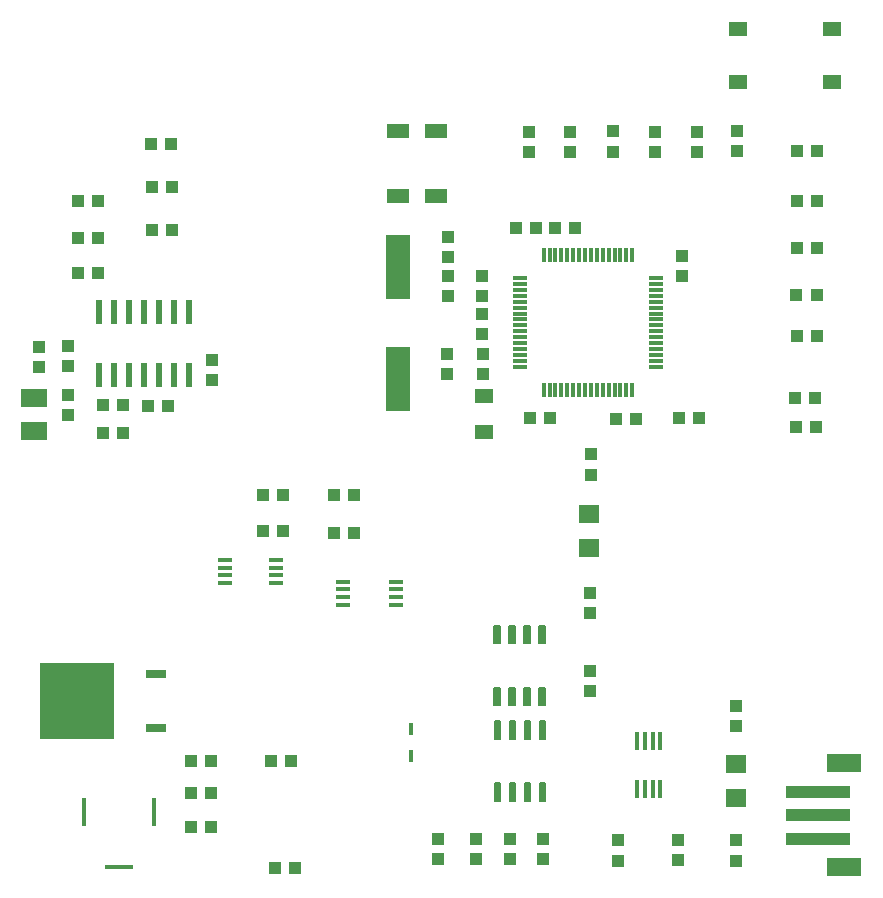
<source format=gbr>
G04 EAGLE Gerber RS-274X export*
G75*
%MOMM*%
%FSLAX34Y34*%
%LPD*%
%INSolderpaste Top*%
%IPPOS*%
%AMOC8*
5,1,8,0,0,1.08239X$1,22.5*%
G01*
%ADD10R,2.000000X5.500000*%
%ADD11R,5.500000X1.000000*%
%ADD12R,3.000000X1.600000*%
%ADD13R,1.803000X1.600000*%
%ADD14R,1.550000X1.300000*%
%ADD15R,1.000000X1.100000*%
%ADD16R,1.100000X1.000000*%
%ADD17R,0.450800X1.111200*%
%ADD18R,1.600000X1.200000*%
%ADD19R,0.304800X2.489200*%
%ADD20R,2.489200X0.304800*%
%ADD21R,2.200000X1.600000*%
%ADD22C,0.150000*%
%ADD23R,1.900000X1.300000*%
%ADD24R,1.193800X0.304800*%
%ADD25R,0.304800X1.193800*%
%ADD26R,0.533400X2.006600*%
%ADD27R,0.457200X1.524000*%
%ADD28R,1.257300X0.457200*%
%ADD29R,1.244600X0.355600*%
%ADD30R,1.701800X0.711200*%
%ADD31R,6.223000X6.553200*%


D10*
X367800Y467300D03*
X367800Y562300D03*
D11*
X723000Y118200D03*
X723000Y98200D03*
X723000Y78200D03*
D12*
X745500Y54200D03*
X745500Y142200D03*
D13*
X529800Y353020D03*
X529800Y324580D03*
D14*
X734950Y718700D03*
X655450Y718700D03*
X734950Y763700D03*
X655450Y763700D03*
D15*
X409900Y588100D03*
X409900Y571100D03*
D16*
X253800Y369600D03*
X270800Y369600D03*
X330500Y369600D03*
X313500Y369600D03*
X113600Y587200D03*
X96600Y587200D03*
X113900Y618000D03*
X96900Y618000D03*
X156200Y444900D03*
X173200Y444900D03*
X280300Y53700D03*
X263300Y53700D03*
D15*
X490600Y78200D03*
X490600Y61200D03*
X409700Y554800D03*
X409700Y537800D03*
X654000Y173900D03*
X654000Y190900D03*
D16*
X192300Y88300D03*
X209300Y88300D03*
X192400Y116800D03*
X209400Y116800D03*
X192700Y144000D03*
X209700Y144000D03*
X117700Y421500D03*
X134700Y421500D03*
X118200Y445200D03*
X135200Y445200D03*
D15*
X462500Y78200D03*
X462500Y61200D03*
D16*
X721800Y426600D03*
X704800Y426600D03*
X721200Y451600D03*
X704200Y451600D03*
D15*
X433900Y78200D03*
X433900Y61200D03*
X63600Y477800D03*
X63600Y494800D03*
X438600Y537600D03*
X438600Y554600D03*
X439300Y522900D03*
X439300Y505900D03*
X608300Y571700D03*
X608300Y554700D03*
D16*
X496600Y434300D03*
X479600Y434300D03*
D15*
X654700Y677300D03*
X654700Y660300D03*
X439800Y471900D03*
X439800Y488900D03*
D17*
X378400Y171500D03*
X378400Y148500D03*
D15*
X88500Y495200D03*
X88500Y478200D03*
D18*
X440200Y422900D03*
X440200Y452900D03*
D19*
X161100Y101100D03*
X101800Y101100D03*
D20*
X131450Y54600D03*
D21*
X59600Y423400D03*
X59600Y451400D03*
D13*
X653800Y112880D03*
X653800Y141320D03*
D22*
X454200Y125300D02*
X454200Y110200D01*
X449700Y110200D01*
X449700Y125300D01*
X454200Y125300D01*
X454200Y111625D02*
X449700Y111625D01*
X449700Y113050D02*
X454200Y113050D01*
X454200Y114475D02*
X449700Y114475D01*
X449700Y115900D02*
X454200Y115900D01*
X454200Y117325D02*
X449700Y117325D01*
X449700Y118750D02*
X454200Y118750D01*
X454200Y120175D02*
X449700Y120175D01*
X449700Y121600D02*
X454200Y121600D01*
X454200Y123025D02*
X449700Y123025D01*
X449700Y124450D02*
X454200Y124450D01*
X466900Y125300D02*
X466900Y110200D01*
X462400Y110200D01*
X462400Y125300D01*
X466900Y125300D01*
X466900Y111625D02*
X462400Y111625D01*
X462400Y113050D02*
X466900Y113050D01*
X466900Y114475D02*
X462400Y114475D01*
X462400Y115900D02*
X466900Y115900D01*
X466900Y117325D02*
X462400Y117325D01*
X462400Y118750D02*
X466900Y118750D01*
X466900Y120175D02*
X462400Y120175D01*
X462400Y121600D02*
X466900Y121600D01*
X466900Y123025D02*
X462400Y123025D01*
X462400Y124450D02*
X466900Y124450D01*
X479600Y125300D02*
X479600Y110200D01*
X475100Y110200D01*
X475100Y125300D01*
X479600Y125300D01*
X479600Y111625D02*
X475100Y111625D01*
X475100Y113050D02*
X479600Y113050D01*
X479600Y114475D02*
X475100Y114475D01*
X475100Y115900D02*
X479600Y115900D01*
X479600Y117325D02*
X475100Y117325D01*
X475100Y118750D02*
X479600Y118750D01*
X479600Y120175D02*
X475100Y120175D01*
X475100Y121600D02*
X479600Y121600D01*
X479600Y123025D02*
X475100Y123025D01*
X475100Y124450D02*
X479600Y124450D01*
X492300Y125300D02*
X492300Y110200D01*
X487800Y110200D01*
X487800Y125300D01*
X492300Y125300D01*
X492300Y111625D02*
X487800Y111625D01*
X487800Y113050D02*
X492300Y113050D01*
X492300Y114475D02*
X487800Y114475D01*
X487800Y115900D02*
X492300Y115900D01*
X492300Y117325D02*
X487800Y117325D01*
X487800Y118750D02*
X492300Y118750D01*
X492300Y120175D02*
X487800Y120175D01*
X487800Y121600D02*
X492300Y121600D01*
X492300Y123025D02*
X487800Y123025D01*
X487800Y124450D02*
X492300Y124450D01*
X492300Y162700D02*
X492300Y177800D01*
X492300Y162700D02*
X487800Y162700D01*
X487800Y177800D01*
X492300Y177800D01*
X492300Y164125D02*
X487800Y164125D01*
X487800Y165550D02*
X492300Y165550D01*
X492300Y166975D02*
X487800Y166975D01*
X487800Y168400D02*
X492300Y168400D01*
X492300Y169825D02*
X487800Y169825D01*
X487800Y171250D02*
X492300Y171250D01*
X492300Y172675D02*
X487800Y172675D01*
X487800Y174100D02*
X492300Y174100D01*
X492300Y175525D02*
X487800Y175525D01*
X487800Y176950D02*
X492300Y176950D01*
X479600Y177800D02*
X479600Y162700D01*
X475100Y162700D01*
X475100Y177800D01*
X479600Y177800D01*
X479600Y164125D02*
X475100Y164125D01*
X475100Y165550D02*
X479600Y165550D01*
X479600Y166975D02*
X475100Y166975D01*
X475100Y168400D02*
X479600Y168400D01*
X479600Y169825D02*
X475100Y169825D01*
X475100Y171250D02*
X479600Y171250D01*
X479600Y172675D02*
X475100Y172675D01*
X475100Y174100D02*
X479600Y174100D01*
X479600Y175525D02*
X475100Y175525D01*
X475100Y176950D02*
X479600Y176950D01*
X466900Y177800D02*
X466900Y162700D01*
X462400Y162700D01*
X462400Y177800D01*
X466900Y177800D01*
X466900Y164125D02*
X462400Y164125D01*
X462400Y165550D02*
X466900Y165550D01*
X466900Y166975D02*
X462400Y166975D01*
X462400Y168400D02*
X466900Y168400D01*
X466900Y169825D02*
X462400Y169825D01*
X462400Y171250D02*
X466900Y171250D01*
X466900Y172675D02*
X462400Y172675D01*
X462400Y174100D02*
X466900Y174100D01*
X466900Y175525D02*
X462400Y175525D01*
X462400Y176950D02*
X466900Y176950D01*
X454200Y177800D02*
X454200Y162700D01*
X449700Y162700D01*
X449700Y177800D01*
X454200Y177800D01*
X454200Y164125D02*
X449700Y164125D01*
X449700Y165550D02*
X454200Y165550D01*
X454200Y166975D02*
X449700Y166975D01*
X449700Y168400D02*
X454200Y168400D01*
X454200Y169825D02*
X449700Y169825D01*
X449700Y171250D02*
X454200Y171250D01*
X454200Y172675D02*
X449700Y172675D01*
X449700Y174100D02*
X454200Y174100D01*
X454200Y175525D02*
X449700Y175525D01*
X449700Y176950D02*
X454200Y176950D01*
X487400Y243600D02*
X487400Y258700D01*
X491900Y258700D01*
X491900Y243600D01*
X487400Y243600D01*
X487400Y245025D02*
X491900Y245025D01*
X491900Y246450D02*
X487400Y246450D01*
X487400Y247875D02*
X491900Y247875D01*
X491900Y249300D02*
X487400Y249300D01*
X487400Y250725D02*
X491900Y250725D01*
X491900Y252150D02*
X487400Y252150D01*
X487400Y253575D02*
X491900Y253575D01*
X491900Y255000D02*
X487400Y255000D01*
X487400Y256425D02*
X491900Y256425D01*
X491900Y257850D02*
X487400Y257850D01*
X474700Y258700D02*
X474700Y243600D01*
X474700Y258700D02*
X479200Y258700D01*
X479200Y243600D01*
X474700Y243600D01*
X474700Y245025D02*
X479200Y245025D01*
X479200Y246450D02*
X474700Y246450D01*
X474700Y247875D02*
X479200Y247875D01*
X479200Y249300D02*
X474700Y249300D01*
X474700Y250725D02*
X479200Y250725D01*
X479200Y252150D02*
X474700Y252150D01*
X474700Y253575D02*
X479200Y253575D01*
X479200Y255000D02*
X474700Y255000D01*
X474700Y256425D02*
X479200Y256425D01*
X479200Y257850D02*
X474700Y257850D01*
X462000Y258700D02*
X462000Y243600D01*
X462000Y258700D02*
X466500Y258700D01*
X466500Y243600D01*
X462000Y243600D01*
X462000Y245025D02*
X466500Y245025D01*
X466500Y246450D02*
X462000Y246450D01*
X462000Y247875D02*
X466500Y247875D01*
X466500Y249300D02*
X462000Y249300D01*
X462000Y250725D02*
X466500Y250725D01*
X466500Y252150D02*
X462000Y252150D01*
X462000Y253575D02*
X466500Y253575D01*
X466500Y255000D02*
X462000Y255000D01*
X462000Y256425D02*
X466500Y256425D01*
X466500Y257850D02*
X462000Y257850D01*
X449300Y258700D02*
X449300Y243600D01*
X449300Y258700D02*
X453800Y258700D01*
X453800Y243600D01*
X449300Y243600D01*
X449300Y245025D02*
X453800Y245025D01*
X453800Y246450D02*
X449300Y246450D01*
X449300Y247875D02*
X453800Y247875D01*
X453800Y249300D02*
X449300Y249300D01*
X449300Y250725D02*
X453800Y250725D01*
X453800Y252150D02*
X449300Y252150D01*
X449300Y253575D02*
X453800Y253575D01*
X453800Y255000D02*
X449300Y255000D01*
X449300Y256425D02*
X453800Y256425D01*
X453800Y257850D02*
X449300Y257850D01*
X449300Y206200D02*
X449300Y191100D01*
X449300Y206200D02*
X453800Y206200D01*
X453800Y191100D01*
X449300Y191100D01*
X449300Y192525D02*
X453800Y192525D01*
X453800Y193950D02*
X449300Y193950D01*
X449300Y195375D02*
X453800Y195375D01*
X453800Y196800D02*
X449300Y196800D01*
X449300Y198225D02*
X453800Y198225D01*
X453800Y199650D02*
X449300Y199650D01*
X449300Y201075D02*
X453800Y201075D01*
X453800Y202500D02*
X449300Y202500D01*
X449300Y203925D02*
X453800Y203925D01*
X453800Y205350D02*
X449300Y205350D01*
X462000Y206200D02*
X462000Y191100D01*
X462000Y206200D02*
X466500Y206200D01*
X466500Y191100D01*
X462000Y191100D01*
X462000Y192525D02*
X466500Y192525D01*
X466500Y193950D02*
X462000Y193950D01*
X462000Y195375D02*
X466500Y195375D01*
X466500Y196800D02*
X462000Y196800D01*
X462000Y198225D02*
X466500Y198225D01*
X466500Y199650D02*
X462000Y199650D01*
X462000Y201075D02*
X466500Y201075D01*
X466500Y202500D02*
X462000Y202500D01*
X462000Y203925D02*
X466500Y203925D01*
X466500Y205350D02*
X462000Y205350D01*
X474700Y206200D02*
X474700Y191100D01*
X474700Y206200D02*
X479200Y206200D01*
X479200Y191100D01*
X474700Y191100D01*
X474700Y192525D02*
X479200Y192525D01*
X479200Y193950D02*
X474700Y193950D01*
X474700Y195375D02*
X479200Y195375D01*
X479200Y196800D02*
X474700Y196800D01*
X474700Y198225D02*
X479200Y198225D01*
X479200Y199650D02*
X474700Y199650D01*
X474700Y201075D02*
X479200Y201075D01*
X479200Y202500D02*
X474700Y202500D01*
X474700Y203925D02*
X479200Y203925D01*
X479200Y205350D02*
X474700Y205350D01*
X487400Y206200D02*
X487400Y191100D01*
X487400Y206200D02*
X491900Y206200D01*
X491900Y191100D01*
X487400Y191100D01*
X487400Y192525D02*
X491900Y192525D01*
X491900Y193950D02*
X487400Y193950D01*
X487400Y195375D02*
X491900Y195375D01*
X491900Y196800D02*
X487400Y196800D01*
X487400Y198225D02*
X491900Y198225D01*
X491900Y199650D02*
X487400Y199650D01*
X487400Y201075D02*
X491900Y201075D01*
X491900Y202500D02*
X487400Y202500D01*
X487400Y203925D02*
X491900Y203925D01*
X491900Y205350D02*
X487400Y205350D01*
D16*
X530800Y386600D03*
X530800Y403600D03*
D15*
X705700Y618100D03*
X722700Y618100D03*
X705500Y578500D03*
X722500Y578500D03*
X705300Y503700D03*
X722300Y503700D03*
X705100Y538900D03*
X722100Y538900D03*
X705900Y660700D03*
X722900Y660700D03*
X605600Y434100D03*
X622600Y434100D03*
X270700Y338600D03*
X253700Y338600D03*
D16*
X604600Y76900D03*
X604600Y59900D03*
X549800Y660100D03*
X549800Y677100D03*
X653800Y59800D03*
X653800Y76800D03*
X553900Y59800D03*
X553900Y76800D03*
X530600Y203700D03*
X530600Y220700D03*
X530600Y269500D03*
X530600Y286500D03*
D15*
X159300Y593600D03*
X176300Y593600D03*
X159100Y629900D03*
X176100Y629900D03*
X330900Y337500D03*
X313900Y337500D03*
D16*
X88700Y453800D03*
X88700Y436800D03*
X478400Y676900D03*
X478400Y659900D03*
X621000Y676800D03*
X621000Y659800D03*
X513800Y676900D03*
X513800Y659900D03*
X585200Y676900D03*
X585200Y659900D03*
X401300Y61200D03*
X401300Y78200D03*
D15*
X500600Y595000D03*
X517600Y595000D03*
D16*
X409300Y471800D03*
X409300Y488800D03*
D23*
X399700Y622400D03*
X399700Y677400D03*
X367700Y677400D03*
X367700Y622400D03*
D15*
X96600Y557600D03*
X113600Y557600D03*
D24*
X471100Y552900D03*
X471100Y547900D03*
X471100Y542900D03*
X471100Y537900D03*
X471100Y532900D03*
X471100Y527900D03*
X471100Y522900D03*
X471100Y517900D03*
X471100Y512900D03*
X471100Y507900D03*
X471100Y502900D03*
X471100Y497900D03*
X471100Y492900D03*
X471100Y487900D03*
X471100Y482900D03*
X471100Y477900D03*
D25*
X491100Y457900D03*
X496100Y457900D03*
X501100Y457900D03*
X506100Y457900D03*
X511100Y457900D03*
X516100Y457900D03*
X521100Y457900D03*
X526100Y457900D03*
X531100Y457900D03*
X536100Y457900D03*
X541100Y457900D03*
X546100Y457900D03*
X551100Y457900D03*
X556100Y457900D03*
X561100Y457900D03*
X566100Y457900D03*
D24*
X586100Y477900D03*
X586100Y482900D03*
X586100Y487900D03*
X586100Y492900D03*
X586100Y497900D03*
X586100Y502900D03*
X586100Y507900D03*
X586100Y512900D03*
X586100Y517900D03*
X586100Y522900D03*
X586100Y527900D03*
X586100Y532900D03*
X586100Y537900D03*
X586100Y542900D03*
X586100Y547900D03*
X586100Y552900D03*
D25*
X566100Y572900D03*
X561100Y572900D03*
X556100Y572900D03*
X551100Y572900D03*
X546100Y572900D03*
X541100Y572900D03*
X536100Y572900D03*
X531100Y572900D03*
X526100Y572900D03*
X521100Y572900D03*
X516100Y572900D03*
X511100Y572900D03*
X506100Y572900D03*
X501100Y572900D03*
X496100Y572900D03*
X491100Y572900D03*
D26*
X114500Y471157D03*
X127200Y471157D03*
X139900Y471157D03*
X152600Y471157D03*
X165300Y471157D03*
X178000Y471157D03*
X190700Y471157D03*
X190700Y524243D03*
X178000Y524243D03*
X165300Y524243D03*
X152600Y524243D03*
X139900Y524243D03*
X127200Y524243D03*
X114500Y524243D03*
D27*
X570350Y120353D03*
X576850Y120353D03*
X583350Y120353D03*
X589850Y120353D03*
X589850Y161247D03*
X583350Y161247D03*
X576850Y161247D03*
X570350Y161247D03*
D28*
X264881Y294750D03*
X264881Y301250D03*
X264881Y307750D03*
X264881Y314250D03*
X221320Y314250D03*
X221320Y307750D03*
X221320Y301250D03*
X221320Y294750D03*
D29*
X320894Y295850D03*
X320894Y289350D03*
X320894Y282850D03*
X320894Y276350D03*
X366106Y276350D03*
X366106Y282850D03*
X366106Y289350D03*
X366106Y295850D03*
D15*
X158700Y666600D03*
X175700Y666600D03*
X210100Y483700D03*
X210100Y466700D03*
D30*
X163264Y171700D03*
D31*
X95700Y194700D03*
D30*
X163264Y217700D03*
D16*
X276900Y144100D03*
X259900Y144100D03*
X569500Y433400D03*
X552500Y433400D03*
X467800Y595100D03*
X484800Y595100D03*
M02*

</source>
